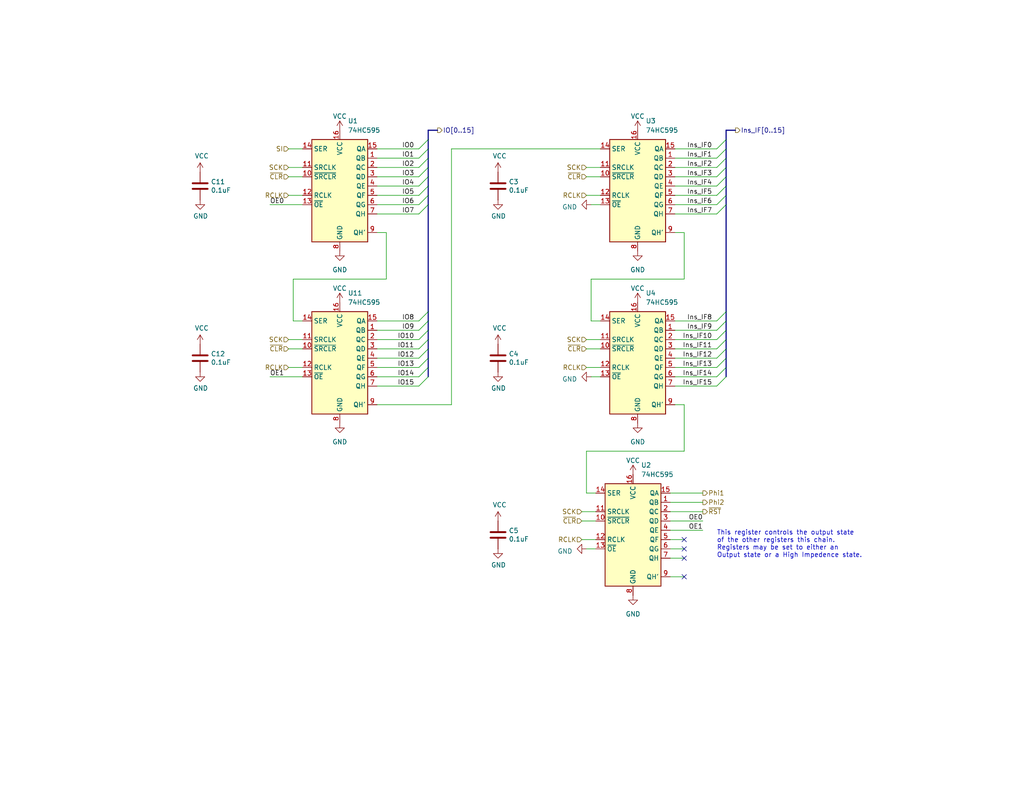
<source format=kicad_sch>
(kicad_sch (version 20250114) (generator "eeschema") (generator_version "9.0")
  (paper "USLetter")
  (title_block (date "2023-11-27"))
  (lib_symbols
    (symbol "Device:C" (pin_numbers (hide yes)) (pin_names (offset 0.254))
      (property "Reference" "C" (at 0.635 2.54 0))
      (property "Value" "C" (at 0.635 -2.54 0))
      (symbol "C_0_1"
        (polyline (pts (xy -2.032 0.762) (xy 2.032 0.762)) (stroke (width 0.508)))
        (polyline (pts (xy -2.032 -0.762) (xy 2.032 -0.762)) (stroke (width 0.508)))
      )
      (symbol "C_1_1"
        (pin passive line (at 0 3.81 270) (length 2.794) (name "~") (number "1"))
        (pin passive line (at 0 -3.81 90) (length 2.794) (name "~") (number "2"))
      )
    )
    (symbol "Turtle16:74HC595"
      (property "Reference" "U" (at -7.62 13.97 0))
      (property "Value" "74HC595" (at -7.62 -16.51 0))
      (symbol "74HC595_1_0"
        (pin input line (at -10.16 10.16 0) (length 2.54) (name "SER") (number "14"))
        (pin input line (at -10.16 5.08 0) (length 2.54) (name "SRCLK") (number "11"))
        (pin input line (at -10.16 2.54 0) (length 2.54) (name "~{SRCLR}") (number "10"))
        (pin input line (at -10.16 -2.54 0) (length 2.54) (name "RCLK") (number "12"))
        (pin input line (at -10.16 -5.08 0) (length 2.54) (name "~{OE}") (number "13"))
        (pin power_in line (at 0 15.24 270) (length 2.54) (name "VCC") (number "16"))
        (pin power_in line (at 0 -17.78 90) (length 2.54) (name "GND") (number "8"))
        (pin tri_state line (at 10.16 10.16 180) (length 2.54) (name "QA") (number "15"))
        (pin tri_state line (at 10.16 7.62 180) (length 2.54) (name "QB") (number "1"))
        (pin tri_state line (at 10.16 5.08 180) (length 2.54) (name "QC") (number "2"))
        (pin tri_state line (at 10.16 2.54 180) (length 2.54) (name "QD") (number "3"))
        (pin tri_state line (at 10.16 0 180) (length 2.54) (name "QE") (number "4"))
        (pin tri_state line (at 10.16 -2.54 180) (length 2.54) (name "QF") (number "5"))
        (pin tri_state line (at 10.16 -5.08 180) (length 2.54) (name "QG") (number "6"))
        (pin tri_state line (at 10.16 -7.62 180) (length 2.54) (name "QH") (number "7"))
        (pin output line (at 10.16 -12.7 180) (length 2.54) (name "QH'") (number "9"))
      )
      (symbol "74HC595_1_1"
        (rectangle (start -7.62 12.7) (end 7.62 -15.24) (stroke (width 0.254)) (fill (type background)))
      )
    )
    (symbol "power:GND" (power) (pin_names (offset 0))
      (property "Value" "GND" (at 0 -3.81 0))
      (symbol "GND_0_1"
        (polyline (pts (xy 0 0) (xy 0 -1.27) (xy 1.27 -1.27) (xy 0 -2.54) (xy -1.27 -1.27) (xy 0 -1.27)))
      )
      (symbol "GND_1_1"
        (pin power_in line (at 0 0 270) (length 0) (hide yes) (name "GND") (number "1"))
      )
    )
    (symbol "power:VCC" (power) (pin_names (offset 0))
      (property "Value" "VCC" (at 0 3.81 0))
      (symbol "VCC_0_1"
        (polyline (pts (xy -0.762 1.27) (xy 0 2.54)))
        (polyline (pts (xy 0 2.54) (xy 0.762 1.27)))
        (polyline (pts (xy 0 0) (xy 0 2.54)))
      )
      (symbol "VCC_1_1"
        (pin power_in line (at 0 0 90) (length 0) (hide yes) (name "VCC") (number "1"))
      )
    )
  )
  (text "This register controls the output state\nof the other registers this chain.\nRegisters may be set to either an\nOutput state or a High Impedence state." (at 195.58 152.4 0) (effects (font (size 1.27 1.27)) (justify left bottom)))
  (no_connect (at 186.69 147.32))
  (no_connect (at 186.69 149.86))
  (no_connect (at 186.69 157.48))
  (no_connect (at 186.69 152.4))
  (bus_entry (at 198.12 45.72) (size -2.54 2.54))
  (bus_entry (at 116.84 85.09) (size -2.54 2.54))
  (bus_entry (at 116.84 55.88) (size -2.54 2.54))
  (bus_entry (at 198.12 48.26) (size -2.54 2.54))
  (bus_entry (at 116.84 95.25) (size -2.54 2.54))
  (bus_entry (at 198.12 43.18) (size -2.54 2.54))
  (bus_entry (at 198.12 97.79) (size -2.54 2.54))
  (bus_entry (at 116.84 92.71) (size -2.54 2.54))
  (bus_entry (at 198.12 100.33) (size -2.54 2.54))
  (bus_entry (at 116.84 87.63) (size -2.54 2.54))
  (bus_entry (at 116.84 100.33) (size -2.54 2.54))
  (bus_entry (at 116.84 90.17) (size -2.54 2.54))
  (bus_entry (at 198.12 85.09) (size -2.54 2.54))
  (bus_entry (at 198.12 102.87) (size -2.54 2.54))
  (bus_entry (at 116.84 50.8) (size -2.54 2.54))
  (bus_entry (at 198.12 92.71) (size -2.54 2.54))
  (bus_entry (at 116.84 45.72) (size -2.54 2.54))
  (bus_entry (at 198.12 38.1) (size -2.54 2.54))
  (bus_entry (at 198.12 50.8) (size -2.54 2.54))
  (bus_entry (at 116.84 40.64) (size -2.54 2.54))
  (bus_entry (at 116.84 43.18) (size -2.54 2.54))
  (bus_entry (at 198.12 87.63) (size -2.54 2.54))
  (bus_entry (at 116.84 38.1) (size -2.54 2.54))
  (bus_entry (at 198.12 95.25) (size -2.54 2.54))
  (bus_entry (at 116.84 97.79) (size -2.54 2.54))
  (bus_entry (at 198.12 53.34) (size -2.54 2.54))
  (bus_entry (at 116.84 48.26) (size -2.54 2.54))
  (bus_entry (at 116.84 102.87) (size -2.54 2.54))
  (bus_entry (at 198.12 55.88) (size -2.54 2.54))
  (bus_entry (at 116.84 53.34) (size -2.54 2.54))
  (bus_entry (at 198.12 90.17) (size -2.54 2.54))
  (bus_entry (at 198.12 40.64) (size -2.54 2.54))
  (wire (pts (xy 186.69 110.49) (xy 186.69 123.19)))
  (bus (pts (xy 198.12 48.26) (xy 198.12 50.8)))
  (wire (pts (xy 114.3 102.87) (xy 102.87 102.87)))
  (wire (pts (xy 195.58 87.63) (xy 184.15 87.63)))
  (wire (pts (xy 114.3 97.79) (xy 102.87 97.79)))
  (wire (pts (xy 195.58 95.25) (xy 184.15 95.25)))
  (bus (pts (xy 116.84 38.1) (xy 116.84 40.64)))
  (wire (pts (xy 191.77 139.7) (xy 182.88 139.7)))
  (wire (pts (xy 114.3 40.64) (xy 102.87 40.64)))
  (wire (pts (xy 73.66 102.87) (xy 82.55 102.87)))
  (wire (pts (xy 160.02 53.34) (xy 163.83 53.34)))
  (wire (pts (xy 123.19 40.64) (xy 163.83 40.64)))
  (wire (pts (xy 114.3 50.8) (xy 102.87 50.8)))
  (bus (pts (xy 116.84 40.64) (xy 116.84 43.18)))
  (wire (pts (xy 195.58 48.26) (xy 184.15 48.26)))
  (bus (pts (xy 198.12 53.34) (xy 198.12 55.88)))
  (bus (pts (xy 116.84 43.18) (xy 116.84 45.72)))
  (wire (pts (xy 161.29 76.2) (xy 161.29 87.63)))
  (wire (pts (xy 160.02 149.86) (xy 162.56 149.86)))
  (wire (pts (xy 161.29 102.87) (xy 163.83 102.87)))
  (wire (pts (xy 191.77 137.16) (xy 182.88 137.16)))
  (bus (pts (xy 198.12 95.25) (xy 198.12 97.79)))
  (bus (pts (xy 116.84 55.88) (xy 116.84 85.09)))
  (wire (pts (xy 114.3 92.71) (xy 102.87 92.71)))
  (bus (pts (xy 198.12 43.18) (xy 198.12 45.72)))
  (bus (pts (xy 116.84 53.34) (xy 116.84 55.88)))
  (wire (pts (xy 123.19 40.64) (xy 123.19 110.49)))
  (wire (pts (xy 102.87 63.5) (xy 105.41 63.5)))
  (bus (pts (xy 119.38 35.56) (xy 116.84 35.56)))
  (bus (pts (xy 116.84 95.25) (xy 116.84 97.79)))
  (wire (pts (xy 184.15 63.5) (xy 186.69 63.5)))
  (wire (pts (xy 195.58 92.71) (xy 184.15 92.71)))
  (wire (pts (xy 114.3 45.72) (xy 102.87 45.72)))
  (bus (pts (xy 198.12 50.8) (xy 198.12 53.34)))
  (wire (pts (xy 158.75 142.24) (xy 162.56 142.24)))
  (wire (pts (xy 160.02 134.62) (xy 162.56 134.62)))
  (wire (pts (xy 195.58 100.33) (xy 184.15 100.33)))
  (bus (pts (xy 116.84 97.79) (xy 116.84 100.33)))
  (wire (pts (xy 105.41 63.5) (xy 105.41 76.2)))
  (wire (pts (xy 114.3 53.34) (xy 102.87 53.34)))
  (wire (pts (xy 78.74 92.71) (xy 82.55 92.71)))
  (bus (pts (xy 116.84 50.8) (xy 116.84 53.34)))
  (wire (pts (xy 191.77 144.78) (xy 182.88 144.78)))
  (wire (pts (xy 160.02 48.26) (xy 163.83 48.26)))
  (wire (pts (xy 78.74 48.26) (xy 82.55 48.26)))
  (wire (pts (xy 191.77 142.24) (xy 182.88 142.24)))
  (wire (pts (xy 114.3 48.26) (xy 102.87 48.26)))
  (wire (pts (xy 160.02 95.25) (xy 163.83 95.25)))
  (wire (pts (xy 195.58 43.18) (xy 184.15 43.18)))
  (wire (pts (xy 160.02 100.33) (xy 163.83 100.33)))
  (wire (pts (xy 78.74 40.64) (xy 82.55 40.64)))
  (wire (pts (xy 80.01 87.63) (xy 82.55 87.63)))
  (wire (pts (xy 182.88 147.32) (xy 186.69 147.32)))
  (bus (pts (xy 198.12 35.56) (xy 198.12 38.1)))
  (wire (pts (xy 161.29 55.88) (xy 163.83 55.88)))
  (wire (pts (xy 78.74 53.34) (xy 82.55 53.34)))
  (wire (pts (xy 195.58 40.64) (xy 184.15 40.64)))
  (wire (pts (xy 114.3 58.42) (xy 102.87 58.42)))
  (wire (pts (xy 114.3 87.63) (xy 102.87 87.63)))
  (wire (pts (xy 195.58 58.42) (xy 184.15 58.42)))
  (bus (pts (xy 198.12 90.17) (xy 198.12 92.71)))
  (wire (pts (xy 114.3 43.18) (xy 102.87 43.18)))
  (wire (pts (xy 195.58 45.72) (xy 184.15 45.72)))
  (bus (pts (xy 116.84 90.17) (xy 116.84 92.71)))
  (wire (pts (xy 78.74 100.33) (xy 82.55 100.33)))
  (wire (pts (xy 195.58 53.34) (xy 184.15 53.34)))
  (wire (pts (xy 161.29 87.63) (xy 163.83 87.63)))
  (bus (pts (xy 198.12 85.09) (xy 198.12 87.63)))
  (bus (pts (xy 116.84 85.09) (xy 116.84 87.63)))
  (wire (pts (xy 195.58 102.87) (xy 184.15 102.87)))
  (wire (pts (xy 182.88 152.4) (xy 186.69 152.4)))
  (bus (pts (xy 198.12 55.88) (xy 198.12 85.09)))
  (wire (pts (xy 114.3 55.88) (xy 102.87 55.88)))
  (wire (pts (xy 195.58 90.17) (xy 184.15 90.17)))
  (wire (pts (xy 160.02 92.71) (xy 163.83 92.71)))
  (wire (pts (xy 184.15 110.49) (xy 186.69 110.49)))
  (wire (pts (xy 186.69 63.5) (xy 186.69 76.2)))
  (wire (pts (xy 195.58 50.8) (xy 184.15 50.8)))
  (bus (pts (xy 116.84 92.71) (xy 116.84 95.25)))
  (wire (pts (xy 195.58 105.41) (xy 184.15 105.41)))
  (bus (pts (xy 116.84 87.63) (xy 116.84 90.17)))
  (wire (pts (xy 195.58 55.88) (xy 184.15 55.88)))
  (wire (pts (xy 158.75 139.7) (xy 162.56 139.7)))
  (wire (pts (xy 160.02 123.19) (xy 160.02 134.62)))
  (bus (pts (xy 198.12 87.63) (xy 198.12 90.17)))
  (wire (pts (xy 114.3 105.41) (xy 102.87 105.41)))
  (wire (pts (xy 195.58 97.79) (xy 184.15 97.79)))
  (bus (pts (xy 198.12 92.71) (xy 198.12 95.25)))
  (bus (pts (xy 116.84 45.72) (xy 116.84 48.26)))
  (wire (pts (xy 160.02 45.72) (xy 163.83 45.72)))
  (wire (pts (xy 182.88 149.86) (xy 186.69 149.86)))
  (wire (pts (xy 191.77 134.62) (xy 182.88 134.62)))
  (wire (pts (xy 80.01 76.2) (xy 80.01 87.63)))
  (bus (pts (xy 116.84 48.26) (xy 116.84 50.8)))
  (bus (pts (xy 198.12 40.64) (xy 198.12 43.18)))
  (bus (pts (xy 198.12 38.1) (xy 198.12 40.64)))
  (wire (pts (xy 182.88 157.48) (xy 186.69 157.48)))
  (wire (pts (xy 78.74 95.25) (xy 82.55 95.25)))
  (wire (pts (xy 114.3 100.33) (xy 102.87 100.33)))
  (wire (pts (xy 114.3 95.25) (xy 102.87 95.25)))
  (bus (pts (xy 116.84 100.33) (xy 116.84 102.87)))
  (bus (pts (xy 200.66 35.56) (xy 198.12 35.56)))
  (wire (pts (xy 158.75 147.32) (xy 162.56 147.32)))
  (wire (pts (xy 80.01 76.2) (xy 105.41 76.2)))
  (wire (pts (xy 78.74 45.72) (xy 82.55 45.72)))
  (wire (pts (xy 161.29 76.2) (xy 186.69 76.2)))
  (bus (pts (xy 116.84 35.56) (xy 116.84 38.1)))
  (wire (pts (xy 160.02 123.19) (xy 186.69 123.19)))
  (bus (pts (xy 198.12 100.33) (xy 198.12 102.87)))
  (wire (pts (xy 102.87 110.49) (xy 123.19 110.49)))
  (bus (pts (xy 198.12 45.72) (xy 198.12 48.26)))
  (bus (pts (xy 198.12 97.79) (xy 198.12 100.33)))
  (wire (pts (xy 73.66 55.88) (xy 82.55 55.88)))
  (wire (pts (xy 114.3 90.17) (xy 102.87 90.17)))
  (label "Ins_IF6" (at 194.31 55.88 180))
  (label "Ins_IF10" (at 194.31 92.71 180))
  (label "IO11" (at 113.03 95.25 180))
  (label "OE0" (at 73.66 55.88 0))
  (label "Ins_IF7" (at 194.31 58.42 180))
  (label "IO3" (at 113.03 48.26 180))
  (label "OE0" (at 191.77 142.24 180))
  (label "IO13" (at 113.03 100.33 180))
  (label "IO5" (at 113.03 53.34 180))
  (label "IO10" (at 113.03 92.71 180))
  (label "Ins_IF8" (at 194.31 87.63 180))
  (label "IO0" (at 113.03 40.64 180))
  (label "Ins_IF1" (at 194.31 43.18 180))
  (label "IO7" (at 113.03 58.42 180))
  (label "Ins_IF14" (at 194.31 102.87 180))
  (label "IO12" (at 113.03 97.79 180))
  (label "Ins_IF5" (at 194.31 53.34 180))
  (label "IO1" (at 113.03 43.18 180))
  (label "Ins_IF0" (at 194.31 40.64 180))
  (label "OE1" (at 73.66 102.87 0))
  (label "Ins_IF15" (at 194.31 105.41 180))
  (label "IO14" (at 113.03 102.87 180))
  (label "IO15" (at 113.03 105.41 180))
  (label "OE1" (at 191.77 144.78 180))
  (label "IO8" (at 113.03 87.63 180))
  (label "IO4" (at 113.03 50.8 180))
  (label "IO2" (at 113.03 45.72 180))
  (label "Ins_IF4" (at 194.31 50.8 180))
  (label "Ins_IF9" (at 194.31 90.17 180))
  (label "Ins_IF12" (at 194.31 97.79 180))
  (label "Ins_IF13" (at 194.31 100.33 180))
  (label "IO9" (at 113.03 90.17 180))
  (label "Ins_IF2" (at 194.31 45.72 180))
  (label "Ins_IF11" (at 194.31 95.25 180))
  (label "Ins_IF3" (at 194.31 48.26 180))
  (label "IO6" (at 113.03 55.88 180))
  (hierarchical_label "SI" (shape input) (at 78.74 40.64 180))
  (hierarchical_label "Ins_IF[0..15]" (shape output) (at 200.66 35.56 0))
  (hierarchical_label "SCK" (shape input) (at 160.02 92.71 180))
  (hierarchical_label "~{CLR}" (shape input) (at 78.74 95.25 180))
  (hierarchical_label "RCLK" (shape input) (at 160.02 53.34 180))
  (hierarchical_label "~{CLR}" (shape input) (at 160.02 95.25 180))
  (hierarchical_label "IO[0..15]" (shape output) (at 119.38 35.56 0))
  (hierarchical_label "SCK" (shape input) (at 78.74 45.72 180))
  (hierarchical_label "RCLK" (shape input) (at 158.75 147.32 180))
  (hierarchical_label "RCLK" (shape input) (at 78.74 53.34 180))
  (hierarchical_label "~{CLR}" (shape input) (at 160.02 48.26 180))
  (hierarchical_label "SCK" (shape input) (at 160.02 45.72 180))
  (hierarchical_label "~{RST}" (shape output) (at 191.77 139.7 0))
  (hierarchical_label "Phi1" (shape output) (at 191.77 134.62 0))
  (hierarchical_label "SCK" (shape input) (at 78.74 92.71 180))
  (hierarchical_label "SCK" (shape input) (at 158.75 139.7 180))
  (hierarchical_label "~{CLR}" (shape input) (at 78.74 48.26 180))
  (hierarchical_label "RCLK" (shape input) (at 160.02 100.33 180))
  (hierarchical_label "RCLK" (shape input) (at 78.74 100.33 180))
  (hierarchical_label "Phi2" (shape output) (at 191.77 137.16 0))
  (hierarchical_label "~{CLR}" (shape input) (at 158.75 142.24 180))
  (symbol (lib_id "power:GND") (at 172.72 162.56 0) (unit 1)
    (property "Reference" "#PWR046" (effects (hide yes)))
    (property "Value" "GND" (at 172.72 167.64 0))
  )
  (symbol (lib_id "power:GND") (at 173.99 115.57 0) (unit 1)
    (property "Reference" "#PWR050" (effects (hide yes)))
    (property "Value" "GND" (at 173.99 120.65 0))
  )
  (symbol (lib_id "Turtle16:74HC595") (at 172.72 144.78 0) (unit 1)
    (property "Reference" "U2" (at 174.9141 127 0) (effects (justify left)))
    (property "Value" "74HC595" (at 174.9141 129.54 0) (effects (justify left)))
    (property "Footprint" "Package_SO:TSSOP-16_4.4x5mm_P0.65mm" (effects (hide yes)))
    (property "Datasheet" "https://www.mouser.com/datasheet/2/916/74HC_HCT595_Q100-2937391.pdf" (effects (hide yes)))
    (property "Manufacturer" "Nexperia" (effects (hide yes)))
    (property "Manufacturer#" "74HC595PW-Q100,118" (effects (hide yes)))
    (property "Mouser#" "771-74HC595PW-Q100" (effects (hide yes)))
    (property "Digikey#" "1727-1012-1-ND" (effects (hide yes)))
  )
  (symbol (lib_id "power:GND") (at 92.71 68.58 0) (unit 1)
    (property "Reference" "#PWR086" (effects (hide yes)))
    (property "Value" "GND" (at 92.71 73.66 0))
  )
  (symbol (lib_id "power:VCC") (at 92.71 82.55 0) (unit 1)
    (property "Reference" "#PWR087" (effects (hide yes)))
    (property "Value" "VCC" (at 92.71 78.74 0))
  )
  (symbol (lib_id "Turtle16:74HC595") (at 92.71 97.79 0) (unit 1)
    (property "Reference" "U11" (at 94.9041 80.01 0) (effects (justify left)))
    (property "Value" "74HC595" (at 94.9041 82.55 0) (effects (justify left)))
    (property "Footprint" "Package_SO:TSSOP-16_4.4x5mm_P0.65mm" (effects (hide yes)))
    (property "Datasheet" "https://www.mouser.com/datasheet/2/916/74HC_HCT595_Q100-2937391.pdf" (effects (hide yes)))
    (property "Manufacturer" "Nexperia" (effects (hide yes)))
    (property "Manufacturer#" "74HC595PW-Q100,118" (effects (hide yes)))
    (property "Mouser#" "771-74HC595PW-Q100" (effects (hide yes)))
    (property "Digikey#" "1727-1012-1-ND" (effects (hide yes)))
  )
  (symbol (lib_id "power:GND") (at 161.29 55.88 270) (unit 1)
    (property "Reference" "#PWR098" (effects (hide yes)))
    (property "Value" "GND" (at 157.48 56.515 90) (effects (justify right)))
  )
  (symbol (lib_id "power:GND") (at 92.71 115.57 0) (unit 1)
    (property "Reference" "#PWR088" (effects (hide yes)))
    (property "Value" "GND" (at 92.71 120.65 0))
  )
  (symbol (lib_id "Turtle16:74HC595") (at 173.99 50.8 0) (unit 1)
    (property "Reference" "U3" (at 176.1841 33.02 0) (effects (justify left)))
    (property "Value" "74HC595" (at 176.1841 35.56 0) (effects (justify left)))
    (property "Footprint" "Package_SO:TSSOP-16_4.4x5mm_P0.65mm" (effects (hide yes)))
    (property "Datasheet" "https://www.mouser.com/datasheet/2/916/74HC_HCT595_Q100-2937391.pdf" (effects (hide yes)))
    (property "Manufacturer" "Nexperia" (effects (hide yes)))
    (property "Manufacturer#" "74HC595PW-Q100,118" (effects (hide yes)))
    (property "Mouser#" "771-74HC595PW-Q100" (effects (hide yes)))
    (property "Digikey#" "1727-1012-1-ND" (effects (hide yes)))
  )
  (symbol (lib_id "power:VCC") (at 54.61 93.98 0) (unit 1)
    (property "Reference" "#PWR083" (effects (hide yes)))
    (property "Value" "VCC" (at 55.0418 89.5858 0))
    (instances (project "ProcessorBoardTestFixture" (path "" (reference "#PWR083") (unit 1))) (project "Memory" (path "" (reference "#PWR0381") (unit 1))))
  )
  (symbol (lib_id "power:GND") (at 54.61 101.6 0) (unit 1)
    (property "Reference" "#PWR084" (effects (hide yes)))
    (property "Value" "GND" (at 54.737 105.9942 0))
    (instances (project "ProcessorBoardTestFixture" (path "" (reference "#PWR084") (unit 1))) (project "Memory" (path "" (reference "#PWR0382") (unit 1))))
  )
  (symbol (lib_id "power:GND") (at 54.61 54.61 0) (unit 1)
    (property "Reference" "#PWR082" (effects (hide yes)))
    (property "Value" "GND" (at 54.737 59.0042 0))
    (instances (project "ProcessorBoardTestFixture" (path "" (reference "#PWR082") (unit 1))) (project "Memory" (path "" (reference "#PWR0382") (unit 1))))
  )
  (symbol (lib_id "power:VCC") (at 173.99 35.56 0) (unit 1)
    (property "Reference" "#PWR047" (effects (hide yes)))
    (property "Value" "VCC" (at 173.99 31.75 0))
  )
  (symbol (lib_id "power:VCC") (at 173.99 82.55 0) (unit 1)
    (property "Reference" "#PWR049" (effects (hide yes)))
    (property "Value" "VCC" (at 173.99 78.74 0))
  )
  (symbol (lib_id "power:GND") (at 135.89 101.6 0) (unit 1)
    (property "Reference" "#PWR041" (effects (hide yes)))
    (property "Value" "GND" (at 136.017 105.9942 0))
    (instances (project "ProcessorBoardTestFixture" (path "" (reference "#PWR041") (unit 1))) (project "Memory" (path "" (reference "#PWR0382") (unit 1))))
  )
  (symbol (lib_id "Device:C") (at 135.89 50.8 0) (unit 1)
    (property "Reference" "C3" (at 138.811 49.6316 0) (effects (justify left)))
    (property "Value" "0.1uF" (at 138.811 51.943 0) (effects (justify left)))
    (property "Footprint" "Capacitor_SMD:C_0603_1608Metric" (effects (hide yes)))
    (property "Datasheet" "https://www.mouser.com/datasheet/2/396/taiyo_yuden_12132018_mlcc11_hq_e-1510082.pdf" (effects (hide yes)))
    (property "Manufacturer" "Taiyo Yuden" (effects (hide yes)))
    (property "Manufacturer#" "EMK107B7104KAHT" (effects (hide yes)))
    (property "Mouser#" "963-EMK107B7104KAHT" (effects (hide yes)))
    (property "Digikey#" "587-6004-1-ND" (effects (hide yes)))
    (instances (project "ProcessorBoardTestFixture" (path "" (reference "C3") (unit 1))) (project "Memory" (path "" (reference "C65") (unit 1))))
  )
  (symbol (lib_id "power:VCC") (at 54.61 46.99 0) (unit 1)
    (property "Reference" "#PWR081" (effects (hide yes)))
    (property "Value" "VCC" (at 55.0418 42.5958 0))
    (instances (project "ProcessorBoardTestFixture" (path "" (reference "#PWR081") (unit 1))) (project "Memory" (path "" (reference "#PWR0381") (unit 1))))
  )
  (symbol (lib_id "power:VCC") (at 135.89 93.98 0) (unit 1)
    (property "Reference" "#PWR040" (effects (hide yes)))
    (property "Value" "VCC" (at 136.3218 89.5858 0))
    (instances (project "ProcessorBoardTestFixture" (path "" (reference "#PWR040") (unit 1))) (project "Memory" (path "" (reference "#PWR0381") (unit 1))))
  )
  (symbol (lib_id "power:VCC") (at 92.71 35.56 0) (unit 1)
    (property "Reference" "#PWR085" (effects (hide yes)))
    (property "Value" "VCC" (at 92.71 31.75 0))
  )
  (symbol (lib_id "power:VCC") (at 135.89 46.99 0) (unit 1)
    (property "Reference" "#PWR038" (effects (hide yes)))
    (property "Value" "VCC" (at 136.3218 42.5958 0))
    (instances (project "ProcessorBoardTestFixture" (path "" (reference "#PWR038") (unit 1))) (project "Memory" (path "" (reference "#PWR0381") (unit 1))))
  )
  (symbol (lib_id "power:GND") (at 135.89 54.61 0) (unit 1)
    (property "Reference" "#PWR039" (effects (hide yes)))
    (property "Value" "GND" (at 136.017 59.0042 0))
    (instances (project "ProcessorBoardTestFixture" (path "" (reference "#PWR039") (unit 1))) (project "Memory" (path "" (reference "#PWR0382") (unit 1))))
  )
  (symbol (lib_id "Device:C") (at 135.89 146.05 0) (unit 1)
    (property "Reference" "C5" (at 138.811 144.8816 0) (effects (justify left)))
    (property "Value" "0.1uF" (at 138.811 147.193 0) (effects (justify left)))
    (property "Footprint" "Capacitor_SMD:C_0603_1608Metric" (effects (hide yes)))
    (property "Datasheet" "https://www.mouser.com/datasheet/2/396/taiyo_yuden_12132018_mlcc11_hq_e-1510082.pdf" (effects (hide yes)))
    (property "Manufacturer" "Taiyo Yuden" (effects (hide yes)))
    (property "Manufacturer#" "EMK107B7104KAHT" (effects (hide yes)))
    (property "Mouser#" "963-EMK107B7104KAHT" (effects (hide yes)))
    (property "Digikey#" "587-6004-1-ND" (effects (hide yes)))
    (instances (project "ProcessorBoardTestFixture" (path "" (reference "C5") (unit 1))) (project "Memory" (path "" (reference "C65") (unit 1))))
  )
  (symbol (lib_id "Turtle16:74HC595") (at 173.99 97.79 0) (unit 1)
    (property "Reference" "U4" (at 176.1841 80.01 0) (effects (justify left)))
    (property "Value" "74HC595" (at 176.1841 82.55 0) (effects (justify left)))
    (property "Footprint" "Package_SO:TSSOP-16_4.4x5mm_P0.65mm" (effects (hide yes)))
    (property "Datasheet" "https://www.mouser.com/datasheet/2/916/74HC_HCT595_Q100-2937391.pdf" (effects (hide yes)))
    (property "Manufacturer" "Nexperia" (effects (hide yes)))
    (property "Manufacturer#" "74HC595PW-Q100,118" (effects (hide yes)))
    (property "Mouser#" "771-74HC595PW-Q100" (effects (hide yes)))
    (property "Digikey#" "1727-1012-1-ND" (effects (hide yes)))
  )
  (symbol (lib_id "Turtle16:74HC595") (at 92.71 50.8 0) (unit 1)
    (property "Reference" "U1" (at 94.9041 33.02 0) (effects (justify left)))
    (property "Value" "74HC595" (at 94.9041 35.56 0) (effects (justify left)))
    (property "Footprint" "Package_SO:TSSOP-16_4.4x5mm_P0.65mm" (effects (hide yes)))
    (property "Datasheet" "https://www.mouser.com/datasheet/2/916/74HC_HCT595_Q100-2937391.pdf" (effects (hide yes)))
    (property "Manufacturer" "Nexperia" (effects (hide yes)))
    (property "Manufacturer#" "74HC595PW-Q100,118" (effects (hide yes)))
    (property "Mouser#" "771-74HC595PW-Q100" (effects (hide yes)))
    (property "Digikey#" "1727-1012-1-ND" (effects (hide yes)))
  )
  (symbol (lib_id "Device:C") (at 54.61 97.79 0) (unit 1)
    (property "Reference" "C12" (at 57.531 96.6216 0) (effects (justify left)))
    (property "Value" "0.1uF" (at 57.531 98.933 0) (effects (justify left)))
    (property "Footprint" "Capacitor_SMD:C_0603_1608Metric" (effects (hide yes)))
    (property "Datasheet" "https://www.mouser.com/datasheet/2/396/taiyo_yuden_12132018_mlcc11_hq_e-1510082.pdf" (effects (hide yes)))
    (property "Manufacturer" "Taiyo Yuden" (effects (hide yes)))
    (property "Manufacturer#" "EMK107B7104KAHT" (effects (hide yes)))
    (property "Mouser#" "963-EMK107B7104KAHT" (effects (hide yes)))
    (property "Digikey#" "587-6004-1-ND" (effects (hide yes)))
    (instances (project "ProcessorBoardTestFixture" (path "" (reference "C12") (unit 1))) (project "Memory" (path "" (reference "C65") (unit 1))))
  )
  (symbol (lib_id "power:GND") (at 161.29 102.87 270) (unit 1)
    (property "Reference" "#PWR097" (effects (hide yes)))
    (property "Value" "GND" (at 157.48 103.505 90) (effects (justify right)))
  )
  (symbol (lib_id "power:GND") (at 173.99 68.58 0) (unit 1)
    (property "Reference" "#PWR048" (effects (hide yes)))
    (property "Value" "GND" (at 173.99 73.66 0))
  )
  (symbol (lib_id "power:GND") (at 160.02 149.86 270) (unit 1)
    (property "Reference" "#PWR044" (effects (hide yes)))
    (property "Value" "GND" (at 156.21 150.495 90) (effects (justify right)))
  )
  (symbol (lib_id "Device:C") (at 54.61 50.8 0) (unit 1)
    (property "Reference" "C11" (at 57.531 49.6316 0) (effects (justify left)))
    (property "Value" "0.1uF" (at 57.531 51.943 0) (effects (justify left)))
    (property "Footprint" "Capacitor_SMD:C_0603_1608Metric" (effects (hide yes)))
    (property "Datasheet" "https://www.mouser.com/datasheet/2/396/taiyo_yuden_12132018_mlcc11_hq_e-1510082.pdf" (effects (hide yes)))
    (property "Manufacturer" "Taiyo Yuden" (effects (hide yes)))
    (property "Manufacturer#" "EMK107B7104KAHT" (effects (hide yes)))
    (property "Mouser#" "963-EMK107B7104KAHT" (effects (hide yes)))
    (property "Digikey#" "587-6004-1-ND" (effects (hide yes)))
    (instances (project "ProcessorBoardTestFixture" (path "" (reference "C11") (unit 1))) (project "Memory" (path "" (reference "C65") (unit 1))))
  )
  (symbol (lib_id "Device:C") (at 135.89 97.79 0) (unit 1)
    (property "Reference" "C4" (at 138.811 96.6216 0) (effects (justify left)))
    (property "Value" "0.1uF" (at 138.811 98.933 0) (effects (justify left)))
    (property "Footprint" "Capacitor_SMD:C_0603_1608Metric" (effects (hide yes)))
    (property "Datasheet" "https://www.mouser.com/datasheet/2/396/taiyo_yuden_12132018_mlcc11_hq_e-1510082.pdf" (effects (hide yes)))
    (property "Manufacturer" "Taiyo Yuden" (effects (hide yes)))
    (property "Manufacturer#" "EMK107B7104KAHT" (effects (hide yes)))
    (property "Mouser#" "963-EMK107B7104KAHT" (effects (hide yes)))
    (property "Digikey#" "587-6004-1-ND" (effects (hide yes)))
    (instances (project "ProcessorBoardTestFixture" (path "" (reference "C4") (unit 1))) (project "Memory" (path "" (reference "C65") (unit 1))))
  )
  (symbol (lib_id "power:GND") (at 135.89 149.86 0) (unit 1)
    (property "Reference" "#PWR043" (effects (hide yes)))
    (property "Value" "GND" (at 136.017 154.2542 0))
    (instances (project "ProcessorBoardTestFixture" (path "" (reference "#PWR043") (unit 1))) (project "Memory" (path "" (reference "#PWR0382") (unit 1))))
  )
  (symbol (lib_id "power:VCC") (at 135.89 142.24 0) (unit 1)
    (property "Reference" "#PWR042" (effects (hide yes)))
    (property "Value" "VCC" (at 136.3218 137.8458 0))
    (instances (project "ProcessorBoardTestFixture" (path "" (reference "#PWR042") (unit 1))) (project "Memory" (path "" (reference "#PWR0381") (unit 1))))
  )
  (symbol (lib_id "power:VCC") (at 172.72 129.54 0) (unit 1)
    (property "Reference" "#PWR045" (effects (hide yes)))
    (property "Value" "VCC" (at 172.72 125.73 0))
  )
)
</source>
